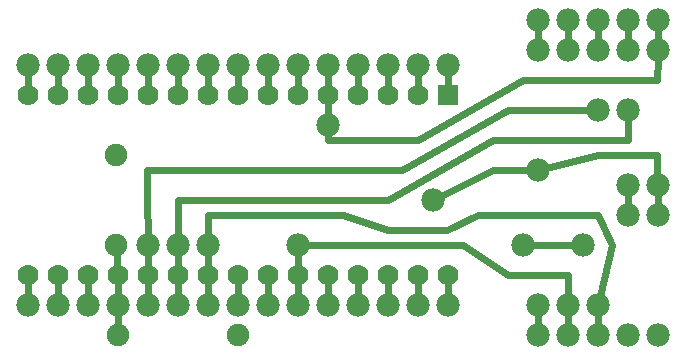
<source format=gtl>
G04 MADE WITH FRITZING*
G04 WWW.FRITZING.ORG*
G04 DOUBLE SIDED*
G04 HOLES PLATED*
G04 CONTOUR ON CENTER OF CONTOUR VECTOR*
%ASAXBY*%
%FSLAX23Y23*%
%MOIN*%
%OFA0B0*%
%SFA1.0B1.0*%
%ADD10C,0.075000*%
%ADD11C,0.070000*%
%ADD12C,0.078000*%
%ADD13R,0.070000X0.069972*%
%ADD14C,0.024000*%
%LNCOPPER1*%
G90*
G70*
G54D10*
X385Y673D03*
X385Y373D03*
X385Y673D03*
X385Y373D03*
X790Y73D03*
X390Y73D03*
X790Y73D03*
X390Y73D03*
G54D11*
X1491Y873D03*
X1391Y873D03*
X1291Y873D03*
X1191Y873D03*
X1091Y873D03*
X991Y873D03*
X891Y873D03*
X791Y873D03*
X691Y873D03*
X591Y873D03*
X491Y873D03*
X391Y873D03*
X291Y873D03*
X191Y873D03*
X91Y873D03*
X1491Y273D03*
X1391Y273D03*
X1291Y273D03*
X1191Y273D03*
X1091Y273D03*
X991Y273D03*
X891Y273D03*
X791Y273D03*
X691Y273D03*
X591Y273D03*
X491Y273D03*
X391Y273D03*
X291Y273D03*
X191Y273D03*
X91Y273D03*
G54D12*
X1440Y523D03*
X1940Y373D03*
X1740Y373D03*
X990Y373D03*
X690Y373D03*
X490Y373D03*
X590Y373D03*
X1090Y773D03*
X2090Y823D03*
X1990Y823D03*
X2090Y573D03*
X2190Y573D03*
X1790Y623D03*
X2090Y473D03*
X2190Y473D03*
X1790Y173D03*
X1890Y173D03*
X1990Y173D03*
X1790Y1023D03*
X1890Y1023D03*
X1990Y1023D03*
X2090Y1023D03*
X2190Y1023D03*
X1790Y1123D03*
X1890Y1123D03*
X1990Y1123D03*
X2090Y1123D03*
X2190Y1123D03*
X1790Y73D03*
X1890Y73D03*
X1990Y73D03*
X2090Y73D03*
X2190Y73D03*
X1491Y973D03*
X1391Y973D03*
X1291Y973D03*
X1191Y973D03*
X1091Y973D03*
X991Y973D03*
X891Y973D03*
X791Y973D03*
X691Y973D03*
X591Y973D03*
X491Y973D03*
X391Y973D03*
X291Y973D03*
X191Y973D03*
X91Y973D03*
X1491Y173D03*
X1391Y173D03*
X1291Y173D03*
X1191Y173D03*
X1091Y173D03*
X991Y173D03*
X891Y173D03*
X791Y173D03*
X691Y173D03*
X591Y173D03*
X491Y173D03*
X391Y173D03*
X291Y173D03*
X191Y173D03*
X91Y173D03*
G54D13*
X1491Y873D03*
G54D14*
X1990Y673D02*
X1819Y630D01*
D02*
X2189Y673D02*
X1990Y673D01*
D02*
X2190Y503D02*
X2189Y673D01*
D02*
X1091Y723D02*
X1091Y844D01*
D02*
X1391Y723D02*
X1091Y723D01*
D02*
X1740Y924D02*
X1391Y723D01*
D02*
X2189Y924D02*
X1740Y924D01*
D02*
X2190Y993D02*
X2189Y924D01*
D02*
X2091Y723D02*
X2090Y793D01*
D02*
X1290Y523D02*
X1641Y723D01*
D02*
X1641Y723D02*
X2091Y723D01*
D02*
X591Y302D02*
X590Y523D01*
D02*
X590Y523D02*
X1290Y523D01*
D02*
X489Y624D02*
X1339Y624D01*
D02*
X1339Y624D02*
X1690Y823D01*
D02*
X1690Y823D02*
X1990Y823D01*
D02*
X491Y302D02*
X489Y624D01*
D02*
X2090Y543D02*
X2090Y503D01*
D02*
X1140Y474D02*
X690Y474D01*
D02*
X1290Y423D02*
X1140Y474D01*
D02*
X1489Y423D02*
X1290Y423D01*
D02*
X1590Y474D02*
X1489Y423D01*
D02*
X2039Y373D02*
X1990Y474D01*
D02*
X1690Y273D02*
X1540Y373D01*
D02*
X1540Y373D02*
X1020Y373D01*
D02*
X1890Y1053D02*
X1890Y1093D01*
D02*
X1790Y1053D02*
X1790Y1093D01*
D02*
X1990Y103D02*
X1990Y143D01*
D02*
X1890Y103D02*
X1890Y143D01*
D02*
X1790Y143D02*
X1790Y103D01*
D02*
X1890Y273D02*
X1690Y273D01*
D02*
X1890Y203D02*
X1890Y273D01*
D02*
X991Y302D02*
X990Y343D01*
D02*
X1990Y474D02*
X1590Y474D01*
D02*
X1997Y202D02*
X2039Y373D01*
D02*
X690Y474D02*
X690Y403D01*
D02*
X690Y343D02*
X691Y302D01*
D02*
X1641Y624D02*
X1760Y623D01*
D02*
X1467Y537D02*
X1641Y624D01*
D02*
X1910Y373D02*
X1770Y373D01*
D02*
X2190Y1053D02*
X2190Y1093D01*
D02*
X2090Y1053D02*
X2090Y1093D01*
D02*
X1990Y1053D02*
X1990Y1093D01*
D02*
X791Y203D02*
X791Y244D01*
D02*
X691Y203D02*
X691Y244D01*
D02*
X391Y203D02*
X391Y244D01*
D02*
X491Y203D02*
X491Y244D01*
D02*
X591Y203D02*
X591Y244D01*
D02*
X1491Y203D02*
X1491Y244D01*
D02*
X1391Y203D02*
X1391Y244D01*
D02*
X1291Y203D02*
X1291Y244D01*
D02*
X1191Y203D02*
X1191Y244D01*
D02*
X1091Y203D02*
X1091Y244D01*
D02*
X991Y203D02*
X991Y244D01*
D02*
X891Y203D02*
X891Y244D01*
D02*
X691Y902D02*
X691Y943D01*
D02*
X591Y902D02*
X591Y943D01*
D02*
X491Y902D02*
X491Y943D01*
D02*
X391Y902D02*
X391Y943D01*
D02*
X291Y902D02*
X291Y943D01*
D02*
X191Y902D02*
X191Y943D01*
D02*
X91Y902D02*
X91Y943D01*
D02*
X91Y203D02*
X91Y244D01*
D02*
X191Y203D02*
X191Y244D01*
D02*
X291Y203D02*
X291Y244D01*
D02*
X1491Y902D02*
X1491Y943D01*
D02*
X1391Y902D02*
X1391Y943D01*
D02*
X1291Y902D02*
X1291Y943D01*
D02*
X1191Y902D02*
X1191Y943D01*
D02*
X1091Y902D02*
X1091Y943D01*
D02*
X991Y902D02*
X991Y943D01*
D02*
X891Y902D02*
X891Y943D01*
D02*
X791Y902D02*
X791Y943D01*
D02*
X391Y143D02*
X390Y102D01*
D02*
X386Y345D02*
X389Y302D01*
G04 End of Copper1*
M02*
</source>
